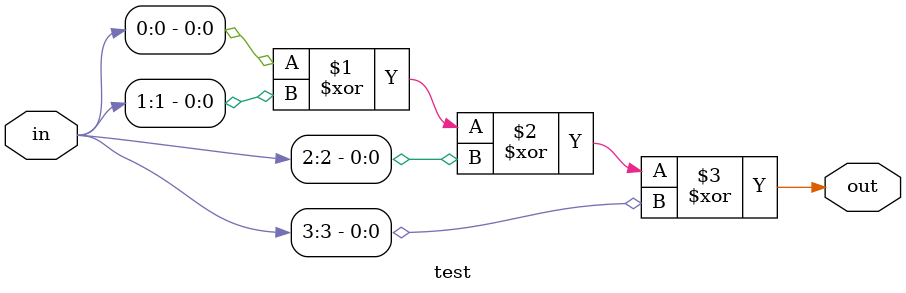
<source format=v>
module test(input [3:0] in, output out);
assign out = (in[0] ^ in[1] ^ in[2] ^ in[3]);
endmodule

</source>
